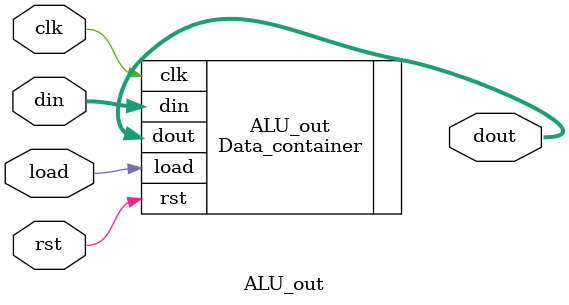
<source format=v>
`timescale 1ns / 1ps


module ALU_out(
    input wire clk,    // 时钟输入
    input wire rst,    // 复位输入
    input wire [31:0] din, // 数据输入
    input wire load,   // 载入控制输入
    output wire [31:0] dout // 数据输出
    );

Data_container ALU_out(
    .clk(clk),
    .rst(rst),
    .din(din),
    .load(load),
    .dout(dout)
);

endmodule

</source>
